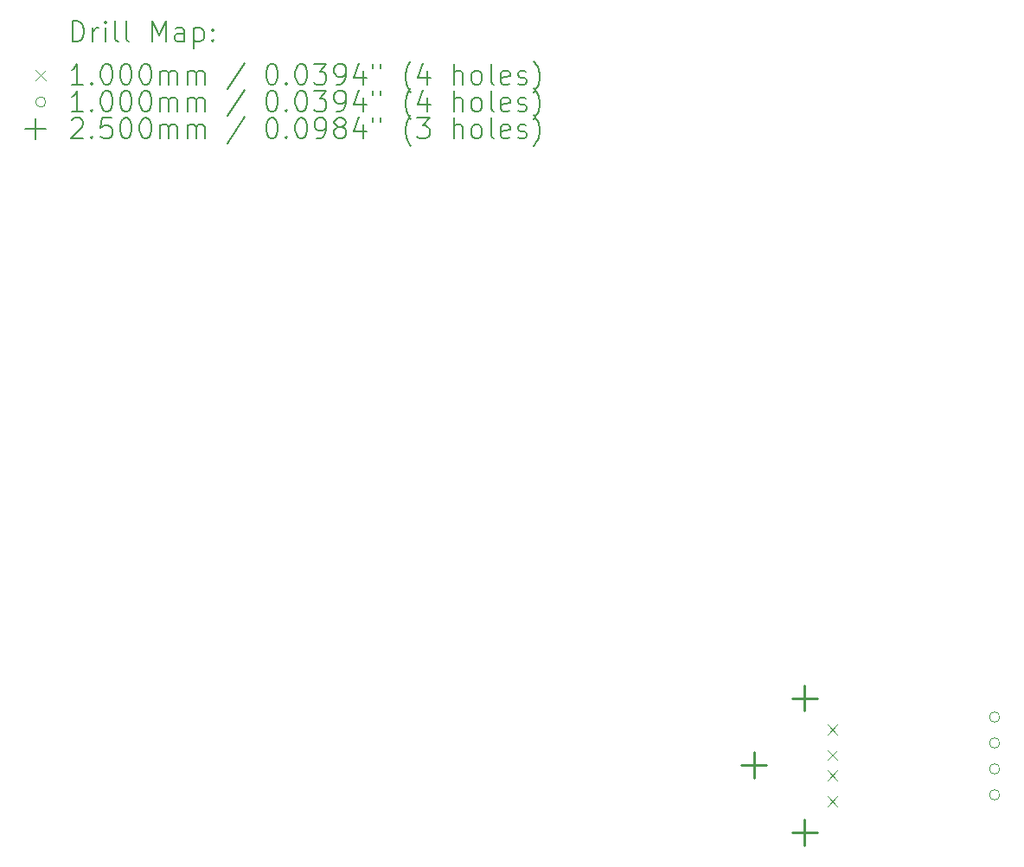
<source format=gbr>
%TF.GenerationSoftware,KiCad,Pcbnew,8.0.4*%
%TF.CreationDate,2024-08-15T12:45:58+02:00*%
%TF.ProjectId,usb A,75736220-412e-46b6-9963-61645f706362,rev?*%
%TF.SameCoordinates,Original*%
%TF.FileFunction,Drillmap*%
%TF.FilePolarity,Positive*%
%FSLAX45Y45*%
G04 Gerber Fmt 4.5, Leading zero omitted, Abs format (unit mm)*
G04 Created by KiCad (PCBNEW 8.0.4) date 2024-08-15 12:45:58*
%MOMM*%
%LPD*%
G01*
G04 APERTURE LIST*
%ADD10C,0.200000*%
%ADD11C,0.100000*%
%ADD12C,0.250002*%
G04 APERTURE END LIST*
D10*
D11*
X7650000Y-7000000D02*
X7750000Y-7100000D01*
X7750000Y-7000000D02*
X7650000Y-7100000D01*
X7650000Y-7250000D02*
X7750000Y-7350000D01*
X7750000Y-7250000D02*
X7650000Y-7350000D01*
X7650000Y-7450000D02*
X7750000Y-7550000D01*
X7750000Y-7450000D02*
X7650000Y-7550000D01*
X7650000Y-7700000D02*
X7750000Y-7800000D01*
X7750000Y-7700000D02*
X7650000Y-7800000D01*
X9337500Y-6928500D02*
G75*
G02*
X9237500Y-6928500I-50000J0D01*
G01*
X9237500Y-6928500D02*
G75*
G02*
X9337500Y-6928500I50000J0D01*
G01*
X9337500Y-7182500D02*
G75*
G02*
X9237500Y-7182500I-50000J0D01*
G01*
X9237500Y-7182500D02*
G75*
G02*
X9337500Y-7182500I50000J0D01*
G01*
X9337500Y-7436500D02*
G75*
G02*
X9237500Y-7436500I-50000J0D01*
G01*
X9237500Y-7436500D02*
G75*
G02*
X9337500Y-7436500I50000J0D01*
G01*
X9337500Y-7690500D02*
G75*
G02*
X9237500Y-7690500I-50000J0D01*
G01*
X9237500Y-7690500D02*
G75*
G02*
X9337500Y-7690500I50000J0D01*
G01*
D12*
X6930000Y-7274999D02*
X6930000Y-7525001D01*
X6804999Y-7400000D02*
X7055001Y-7400000D01*
X7429000Y-6617999D02*
X7429000Y-6868001D01*
X7303999Y-6743000D02*
X7554001Y-6743000D01*
X7429000Y-7931999D02*
X7429000Y-8182001D01*
X7303999Y-8057000D02*
X7554001Y-8057000D01*
D10*
X260777Y-311484D02*
X260777Y-111484D01*
X260777Y-111484D02*
X308396Y-111484D01*
X308396Y-111484D02*
X336967Y-121008D01*
X336967Y-121008D02*
X356015Y-140055D01*
X356015Y-140055D02*
X365539Y-159103D01*
X365539Y-159103D02*
X375062Y-197198D01*
X375062Y-197198D02*
X375062Y-225769D01*
X375062Y-225769D02*
X365539Y-263865D01*
X365539Y-263865D02*
X356015Y-282912D01*
X356015Y-282912D02*
X336967Y-301960D01*
X336967Y-301960D02*
X308396Y-311484D01*
X308396Y-311484D02*
X260777Y-311484D01*
X460777Y-311484D02*
X460777Y-178150D01*
X460777Y-216246D02*
X470301Y-197198D01*
X470301Y-197198D02*
X479824Y-187674D01*
X479824Y-187674D02*
X498872Y-178150D01*
X498872Y-178150D02*
X517920Y-178150D01*
X584586Y-311484D02*
X584586Y-178150D01*
X584586Y-111484D02*
X575063Y-121008D01*
X575063Y-121008D02*
X584586Y-130531D01*
X584586Y-130531D02*
X594110Y-121008D01*
X594110Y-121008D02*
X584586Y-111484D01*
X584586Y-111484D02*
X584586Y-130531D01*
X708396Y-311484D02*
X689348Y-301960D01*
X689348Y-301960D02*
X679824Y-282912D01*
X679824Y-282912D02*
X679824Y-111484D01*
X813158Y-311484D02*
X794110Y-301960D01*
X794110Y-301960D02*
X784586Y-282912D01*
X784586Y-282912D02*
X784586Y-111484D01*
X1041729Y-311484D02*
X1041729Y-111484D01*
X1041729Y-111484D02*
X1108396Y-254341D01*
X1108396Y-254341D02*
X1175063Y-111484D01*
X1175063Y-111484D02*
X1175063Y-311484D01*
X1356015Y-311484D02*
X1356015Y-206722D01*
X1356015Y-206722D02*
X1346491Y-187674D01*
X1346491Y-187674D02*
X1327444Y-178150D01*
X1327444Y-178150D02*
X1289348Y-178150D01*
X1289348Y-178150D02*
X1270301Y-187674D01*
X1356015Y-301960D02*
X1336967Y-311484D01*
X1336967Y-311484D02*
X1289348Y-311484D01*
X1289348Y-311484D02*
X1270301Y-301960D01*
X1270301Y-301960D02*
X1260777Y-282912D01*
X1260777Y-282912D02*
X1260777Y-263865D01*
X1260777Y-263865D02*
X1270301Y-244817D01*
X1270301Y-244817D02*
X1289348Y-235293D01*
X1289348Y-235293D02*
X1336967Y-235293D01*
X1336967Y-235293D02*
X1356015Y-225769D01*
X1451253Y-178150D02*
X1451253Y-378150D01*
X1451253Y-187674D02*
X1470301Y-178150D01*
X1470301Y-178150D02*
X1508396Y-178150D01*
X1508396Y-178150D02*
X1527443Y-187674D01*
X1527443Y-187674D02*
X1536967Y-197198D01*
X1536967Y-197198D02*
X1546491Y-216246D01*
X1546491Y-216246D02*
X1546491Y-273389D01*
X1546491Y-273389D02*
X1536967Y-292436D01*
X1536967Y-292436D02*
X1527443Y-301960D01*
X1527443Y-301960D02*
X1508396Y-311484D01*
X1508396Y-311484D02*
X1470301Y-311484D01*
X1470301Y-311484D02*
X1451253Y-301960D01*
X1632205Y-292436D02*
X1641729Y-301960D01*
X1641729Y-301960D02*
X1632205Y-311484D01*
X1632205Y-311484D02*
X1622682Y-301960D01*
X1622682Y-301960D02*
X1632205Y-292436D01*
X1632205Y-292436D02*
X1632205Y-311484D01*
X1632205Y-187674D02*
X1641729Y-197198D01*
X1641729Y-197198D02*
X1632205Y-206722D01*
X1632205Y-206722D02*
X1622682Y-197198D01*
X1622682Y-197198D02*
X1632205Y-187674D01*
X1632205Y-187674D02*
X1632205Y-206722D01*
D11*
X-100000Y-590000D02*
X0Y-690000D01*
X0Y-590000D02*
X-100000Y-690000D01*
D10*
X365539Y-731484D02*
X251253Y-731484D01*
X308396Y-731484D02*
X308396Y-531484D01*
X308396Y-531484D02*
X289348Y-560055D01*
X289348Y-560055D02*
X270301Y-579103D01*
X270301Y-579103D02*
X251253Y-588627D01*
X451253Y-712436D02*
X460777Y-721960D01*
X460777Y-721960D02*
X451253Y-731484D01*
X451253Y-731484D02*
X441729Y-721960D01*
X441729Y-721960D02*
X451253Y-712436D01*
X451253Y-712436D02*
X451253Y-731484D01*
X584586Y-531484D02*
X603634Y-531484D01*
X603634Y-531484D02*
X622682Y-541008D01*
X622682Y-541008D02*
X632205Y-550531D01*
X632205Y-550531D02*
X641729Y-569579D01*
X641729Y-569579D02*
X651253Y-607674D01*
X651253Y-607674D02*
X651253Y-655293D01*
X651253Y-655293D02*
X641729Y-693389D01*
X641729Y-693389D02*
X632205Y-712436D01*
X632205Y-712436D02*
X622682Y-721960D01*
X622682Y-721960D02*
X603634Y-731484D01*
X603634Y-731484D02*
X584586Y-731484D01*
X584586Y-731484D02*
X565539Y-721960D01*
X565539Y-721960D02*
X556015Y-712436D01*
X556015Y-712436D02*
X546491Y-693389D01*
X546491Y-693389D02*
X536967Y-655293D01*
X536967Y-655293D02*
X536967Y-607674D01*
X536967Y-607674D02*
X546491Y-569579D01*
X546491Y-569579D02*
X556015Y-550531D01*
X556015Y-550531D02*
X565539Y-541008D01*
X565539Y-541008D02*
X584586Y-531484D01*
X775062Y-531484D02*
X794110Y-531484D01*
X794110Y-531484D02*
X813158Y-541008D01*
X813158Y-541008D02*
X822682Y-550531D01*
X822682Y-550531D02*
X832205Y-569579D01*
X832205Y-569579D02*
X841729Y-607674D01*
X841729Y-607674D02*
X841729Y-655293D01*
X841729Y-655293D02*
X832205Y-693389D01*
X832205Y-693389D02*
X822682Y-712436D01*
X822682Y-712436D02*
X813158Y-721960D01*
X813158Y-721960D02*
X794110Y-731484D01*
X794110Y-731484D02*
X775062Y-731484D01*
X775062Y-731484D02*
X756015Y-721960D01*
X756015Y-721960D02*
X746491Y-712436D01*
X746491Y-712436D02*
X736967Y-693389D01*
X736967Y-693389D02*
X727443Y-655293D01*
X727443Y-655293D02*
X727443Y-607674D01*
X727443Y-607674D02*
X736967Y-569579D01*
X736967Y-569579D02*
X746491Y-550531D01*
X746491Y-550531D02*
X756015Y-541008D01*
X756015Y-541008D02*
X775062Y-531484D01*
X965539Y-531484D02*
X984586Y-531484D01*
X984586Y-531484D02*
X1003634Y-541008D01*
X1003634Y-541008D02*
X1013158Y-550531D01*
X1013158Y-550531D02*
X1022682Y-569579D01*
X1022682Y-569579D02*
X1032205Y-607674D01*
X1032205Y-607674D02*
X1032205Y-655293D01*
X1032205Y-655293D02*
X1022682Y-693389D01*
X1022682Y-693389D02*
X1013158Y-712436D01*
X1013158Y-712436D02*
X1003634Y-721960D01*
X1003634Y-721960D02*
X984586Y-731484D01*
X984586Y-731484D02*
X965539Y-731484D01*
X965539Y-731484D02*
X946491Y-721960D01*
X946491Y-721960D02*
X936967Y-712436D01*
X936967Y-712436D02*
X927443Y-693389D01*
X927443Y-693389D02*
X917920Y-655293D01*
X917920Y-655293D02*
X917920Y-607674D01*
X917920Y-607674D02*
X927443Y-569579D01*
X927443Y-569579D02*
X936967Y-550531D01*
X936967Y-550531D02*
X946491Y-541008D01*
X946491Y-541008D02*
X965539Y-531484D01*
X1117920Y-731484D02*
X1117920Y-598150D01*
X1117920Y-617198D02*
X1127444Y-607674D01*
X1127444Y-607674D02*
X1146491Y-598150D01*
X1146491Y-598150D02*
X1175063Y-598150D01*
X1175063Y-598150D02*
X1194110Y-607674D01*
X1194110Y-607674D02*
X1203634Y-626722D01*
X1203634Y-626722D02*
X1203634Y-731484D01*
X1203634Y-626722D02*
X1213158Y-607674D01*
X1213158Y-607674D02*
X1232205Y-598150D01*
X1232205Y-598150D02*
X1260777Y-598150D01*
X1260777Y-598150D02*
X1279825Y-607674D01*
X1279825Y-607674D02*
X1289348Y-626722D01*
X1289348Y-626722D02*
X1289348Y-731484D01*
X1384586Y-731484D02*
X1384586Y-598150D01*
X1384586Y-617198D02*
X1394110Y-607674D01*
X1394110Y-607674D02*
X1413158Y-598150D01*
X1413158Y-598150D02*
X1441729Y-598150D01*
X1441729Y-598150D02*
X1460777Y-607674D01*
X1460777Y-607674D02*
X1470301Y-626722D01*
X1470301Y-626722D02*
X1470301Y-731484D01*
X1470301Y-626722D02*
X1479824Y-607674D01*
X1479824Y-607674D02*
X1498872Y-598150D01*
X1498872Y-598150D02*
X1527443Y-598150D01*
X1527443Y-598150D02*
X1546491Y-607674D01*
X1546491Y-607674D02*
X1556015Y-626722D01*
X1556015Y-626722D02*
X1556015Y-731484D01*
X1946491Y-521960D02*
X1775063Y-779103D01*
X2203634Y-531484D02*
X2222682Y-531484D01*
X2222682Y-531484D02*
X2241729Y-541008D01*
X2241729Y-541008D02*
X2251253Y-550531D01*
X2251253Y-550531D02*
X2260777Y-569579D01*
X2260777Y-569579D02*
X2270301Y-607674D01*
X2270301Y-607674D02*
X2270301Y-655293D01*
X2270301Y-655293D02*
X2260777Y-693389D01*
X2260777Y-693389D02*
X2251253Y-712436D01*
X2251253Y-712436D02*
X2241729Y-721960D01*
X2241729Y-721960D02*
X2222682Y-731484D01*
X2222682Y-731484D02*
X2203634Y-731484D01*
X2203634Y-731484D02*
X2184587Y-721960D01*
X2184587Y-721960D02*
X2175063Y-712436D01*
X2175063Y-712436D02*
X2165539Y-693389D01*
X2165539Y-693389D02*
X2156015Y-655293D01*
X2156015Y-655293D02*
X2156015Y-607674D01*
X2156015Y-607674D02*
X2165539Y-569579D01*
X2165539Y-569579D02*
X2175063Y-550531D01*
X2175063Y-550531D02*
X2184587Y-541008D01*
X2184587Y-541008D02*
X2203634Y-531484D01*
X2356015Y-712436D02*
X2365539Y-721960D01*
X2365539Y-721960D02*
X2356015Y-731484D01*
X2356015Y-731484D02*
X2346491Y-721960D01*
X2346491Y-721960D02*
X2356015Y-712436D01*
X2356015Y-712436D02*
X2356015Y-731484D01*
X2489348Y-531484D02*
X2508396Y-531484D01*
X2508396Y-531484D02*
X2527444Y-541008D01*
X2527444Y-541008D02*
X2536968Y-550531D01*
X2536968Y-550531D02*
X2546491Y-569579D01*
X2546491Y-569579D02*
X2556015Y-607674D01*
X2556015Y-607674D02*
X2556015Y-655293D01*
X2556015Y-655293D02*
X2546491Y-693389D01*
X2546491Y-693389D02*
X2536968Y-712436D01*
X2536968Y-712436D02*
X2527444Y-721960D01*
X2527444Y-721960D02*
X2508396Y-731484D01*
X2508396Y-731484D02*
X2489348Y-731484D01*
X2489348Y-731484D02*
X2470301Y-721960D01*
X2470301Y-721960D02*
X2460777Y-712436D01*
X2460777Y-712436D02*
X2451253Y-693389D01*
X2451253Y-693389D02*
X2441729Y-655293D01*
X2441729Y-655293D02*
X2441729Y-607674D01*
X2441729Y-607674D02*
X2451253Y-569579D01*
X2451253Y-569579D02*
X2460777Y-550531D01*
X2460777Y-550531D02*
X2470301Y-541008D01*
X2470301Y-541008D02*
X2489348Y-531484D01*
X2622682Y-531484D02*
X2746491Y-531484D01*
X2746491Y-531484D02*
X2679825Y-607674D01*
X2679825Y-607674D02*
X2708396Y-607674D01*
X2708396Y-607674D02*
X2727444Y-617198D01*
X2727444Y-617198D02*
X2736968Y-626722D01*
X2736968Y-626722D02*
X2746491Y-645770D01*
X2746491Y-645770D02*
X2746491Y-693389D01*
X2746491Y-693389D02*
X2736968Y-712436D01*
X2736968Y-712436D02*
X2727444Y-721960D01*
X2727444Y-721960D02*
X2708396Y-731484D01*
X2708396Y-731484D02*
X2651253Y-731484D01*
X2651253Y-731484D02*
X2632206Y-721960D01*
X2632206Y-721960D02*
X2622682Y-712436D01*
X2841729Y-731484D02*
X2879825Y-731484D01*
X2879825Y-731484D02*
X2898872Y-721960D01*
X2898872Y-721960D02*
X2908396Y-712436D01*
X2908396Y-712436D02*
X2927444Y-683865D01*
X2927444Y-683865D02*
X2936967Y-645770D01*
X2936967Y-645770D02*
X2936967Y-569579D01*
X2936967Y-569579D02*
X2927444Y-550531D01*
X2927444Y-550531D02*
X2917920Y-541008D01*
X2917920Y-541008D02*
X2898872Y-531484D01*
X2898872Y-531484D02*
X2860777Y-531484D01*
X2860777Y-531484D02*
X2841729Y-541008D01*
X2841729Y-541008D02*
X2832206Y-550531D01*
X2832206Y-550531D02*
X2822682Y-569579D01*
X2822682Y-569579D02*
X2822682Y-617198D01*
X2822682Y-617198D02*
X2832206Y-636246D01*
X2832206Y-636246D02*
X2841729Y-645770D01*
X2841729Y-645770D02*
X2860777Y-655293D01*
X2860777Y-655293D02*
X2898872Y-655293D01*
X2898872Y-655293D02*
X2917920Y-645770D01*
X2917920Y-645770D02*
X2927444Y-636246D01*
X2927444Y-636246D02*
X2936967Y-617198D01*
X3108396Y-598150D02*
X3108396Y-731484D01*
X3060777Y-521960D02*
X3013158Y-664817D01*
X3013158Y-664817D02*
X3136967Y-664817D01*
X3203634Y-531484D02*
X3203634Y-569579D01*
X3279825Y-531484D02*
X3279825Y-569579D01*
X3575063Y-807674D02*
X3565539Y-798150D01*
X3565539Y-798150D02*
X3546491Y-769579D01*
X3546491Y-769579D02*
X3536968Y-750531D01*
X3536968Y-750531D02*
X3527444Y-721960D01*
X3527444Y-721960D02*
X3517920Y-674341D01*
X3517920Y-674341D02*
X3517920Y-636246D01*
X3517920Y-636246D02*
X3527444Y-588627D01*
X3527444Y-588627D02*
X3536968Y-560055D01*
X3536968Y-560055D02*
X3546491Y-541008D01*
X3546491Y-541008D02*
X3565539Y-512436D01*
X3565539Y-512436D02*
X3575063Y-502912D01*
X3736968Y-598150D02*
X3736968Y-731484D01*
X3689348Y-521960D02*
X3641729Y-664817D01*
X3641729Y-664817D02*
X3765539Y-664817D01*
X3994110Y-731484D02*
X3994110Y-531484D01*
X4079825Y-731484D02*
X4079825Y-626722D01*
X4079825Y-626722D02*
X4070301Y-607674D01*
X4070301Y-607674D02*
X4051253Y-598150D01*
X4051253Y-598150D02*
X4022682Y-598150D01*
X4022682Y-598150D02*
X4003634Y-607674D01*
X4003634Y-607674D02*
X3994110Y-617198D01*
X4203634Y-731484D02*
X4184587Y-721960D01*
X4184587Y-721960D02*
X4175063Y-712436D01*
X4175063Y-712436D02*
X4165539Y-693389D01*
X4165539Y-693389D02*
X4165539Y-636246D01*
X4165539Y-636246D02*
X4175063Y-617198D01*
X4175063Y-617198D02*
X4184587Y-607674D01*
X4184587Y-607674D02*
X4203634Y-598150D01*
X4203634Y-598150D02*
X4232206Y-598150D01*
X4232206Y-598150D02*
X4251253Y-607674D01*
X4251253Y-607674D02*
X4260777Y-617198D01*
X4260777Y-617198D02*
X4270301Y-636246D01*
X4270301Y-636246D02*
X4270301Y-693389D01*
X4270301Y-693389D02*
X4260777Y-712436D01*
X4260777Y-712436D02*
X4251253Y-721960D01*
X4251253Y-721960D02*
X4232206Y-731484D01*
X4232206Y-731484D02*
X4203634Y-731484D01*
X4384587Y-731484D02*
X4365539Y-721960D01*
X4365539Y-721960D02*
X4356015Y-702912D01*
X4356015Y-702912D02*
X4356015Y-531484D01*
X4536968Y-721960D02*
X4517920Y-731484D01*
X4517920Y-731484D02*
X4479825Y-731484D01*
X4479825Y-731484D02*
X4460777Y-721960D01*
X4460777Y-721960D02*
X4451253Y-702912D01*
X4451253Y-702912D02*
X4451253Y-626722D01*
X4451253Y-626722D02*
X4460777Y-607674D01*
X4460777Y-607674D02*
X4479825Y-598150D01*
X4479825Y-598150D02*
X4517920Y-598150D01*
X4517920Y-598150D02*
X4536968Y-607674D01*
X4536968Y-607674D02*
X4546492Y-626722D01*
X4546492Y-626722D02*
X4546492Y-645770D01*
X4546492Y-645770D02*
X4451253Y-664817D01*
X4622682Y-721960D02*
X4641730Y-731484D01*
X4641730Y-731484D02*
X4679825Y-731484D01*
X4679825Y-731484D02*
X4698873Y-721960D01*
X4698873Y-721960D02*
X4708396Y-702912D01*
X4708396Y-702912D02*
X4708396Y-693389D01*
X4708396Y-693389D02*
X4698873Y-674341D01*
X4698873Y-674341D02*
X4679825Y-664817D01*
X4679825Y-664817D02*
X4651253Y-664817D01*
X4651253Y-664817D02*
X4632206Y-655293D01*
X4632206Y-655293D02*
X4622682Y-636246D01*
X4622682Y-636246D02*
X4622682Y-626722D01*
X4622682Y-626722D02*
X4632206Y-607674D01*
X4632206Y-607674D02*
X4651253Y-598150D01*
X4651253Y-598150D02*
X4679825Y-598150D01*
X4679825Y-598150D02*
X4698873Y-607674D01*
X4775063Y-807674D02*
X4784587Y-798150D01*
X4784587Y-798150D02*
X4803634Y-769579D01*
X4803634Y-769579D02*
X4813158Y-750531D01*
X4813158Y-750531D02*
X4822682Y-721960D01*
X4822682Y-721960D02*
X4832206Y-674341D01*
X4832206Y-674341D02*
X4832206Y-636246D01*
X4832206Y-636246D02*
X4822682Y-588627D01*
X4822682Y-588627D02*
X4813158Y-560055D01*
X4813158Y-560055D02*
X4803634Y-541008D01*
X4803634Y-541008D02*
X4784587Y-512436D01*
X4784587Y-512436D02*
X4775063Y-502912D01*
D11*
X0Y-904000D02*
G75*
G02*
X-100000Y-904000I-50000J0D01*
G01*
X-100000Y-904000D02*
G75*
G02*
X0Y-904000I50000J0D01*
G01*
D10*
X365539Y-995484D02*
X251253Y-995484D01*
X308396Y-995484D02*
X308396Y-795484D01*
X308396Y-795484D02*
X289348Y-824055D01*
X289348Y-824055D02*
X270301Y-843103D01*
X270301Y-843103D02*
X251253Y-852627D01*
X451253Y-976436D02*
X460777Y-985960D01*
X460777Y-985960D02*
X451253Y-995484D01*
X451253Y-995484D02*
X441729Y-985960D01*
X441729Y-985960D02*
X451253Y-976436D01*
X451253Y-976436D02*
X451253Y-995484D01*
X584586Y-795484D02*
X603634Y-795484D01*
X603634Y-795484D02*
X622682Y-805008D01*
X622682Y-805008D02*
X632205Y-814531D01*
X632205Y-814531D02*
X641729Y-833579D01*
X641729Y-833579D02*
X651253Y-871674D01*
X651253Y-871674D02*
X651253Y-919293D01*
X651253Y-919293D02*
X641729Y-957388D01*
X641729Y-957388D02*
X632205Y-976436D01*
X632205Y-976436D02*
X622682Y-985960D01*
X622682Y-985960D02*
X603634Y-995484D01*
X603634Y-995484D02*
X584586Y-995484D01*
X584586Y-995484D02*
X565539Y-985960D01*
X565539Y-985960D02*
X556015Y-976436D01*
X556015Y-976436D02*
X546491Y-957388D01*
X546491Y-957388D02*
X536967Y-919293D01*
X536967Y-919293D02*
X536967Y-871674D01*
X536967Y-871674D02*
X546491Y-833579D01*
X546491Y-833579D02*
X556015Y-814531D01*
X556015Y-814531D02*
X565539Y-805008D01*
X565539Y-805008D02*
X584586Y-795484D01*
X775062Y-795484D02*
X794110Y-795484D01*
X794110Y-795484D02*
X813158Y-805008D01*
X813158Y-805008D02*
X822682Y-814531D01*
X822682Y-814531D02*
X832205Y-833579D01*
X832205Y-833579D02*
X841729Y-871674D01*
X841729Y-871674D02*
X841729Y-919293D01*
X841729Y-919293D02*
X832205Y-957388D01*
X832205Y-957388D02*
X822682Y-976436D01*
X822682Y-976436D02*
X813158Y-985960D01*
X813158Y-985960D02*
X794110Y-995484D01*
X794110Y-995484D02*
X775062Y-995484D01*
X775062Y-995484D02*
X756015Y-985960D01*
X756015Y-985960D02*
X746491Y-976436D01*
X746491Y-976436D02*
X736967Y-957388D01*
X736967Y-957388D02*
X727443Y-919293D01*
X727443Y-919293D02*
X727443Y-871674D01*
X727443Y-871674D02*
X736967Y-833579D01*
X736967Y-833579D02*
X746491Y-814531D01*
X746491Y-814531D02*
X756015Y-805008D01*
X756015Y-805008D02*
X775062Y-795484D01*
X965539Y-795484D02*
X984586Y-795484D01*
X984586Y-795484D02*
X1003634Y-805008D01*
X1003634Y-805008D02*
X1013158Y-814531D01*
X1013158Y-814531D02*
X1022682Y-833579D01*
X1022682Y-833579D02*
X1032205Y-871674D01*
X1032205Y-871674D02*
X1032205Y-919293D01*
X1032205Y-919293D02*
X1022682Y-957388D01*
X1022682Y-957388D02*
X1013158Y-976436D01*
X1013158Y-976436D02*
X1003634Y-985960D01*
X1003634Y-985960D02*
X984586Y-995484D01*
X984586Y-995484D02*
X965539Y-995484D01*
X965539Y-995484D02*
X946491Y-985960D01*
X946491Y-985960D02*
X936967Y-976436D01*
X936967Y-976436D02*
X927443Y-957388D01*
X927443Y-957388D02*
X917920Y-919293D01*
X917920Y-919293D02*
X917920Y-871674D01*
X917920Y-871674D02*
X927443Y-833579D01*
X927443Y-833579D02*
X936967Y-814531D01*
X936967Y-814531D02*
X946491Y-805008D01*
X946491Y-805008D02*
X965539Y-795484D01*
X1117920Y-995484D02*
X1117920Y-862150D01*
X1117920Y-881198D02*
X1127444Y-871674D01*
X1127444Y-871674D02*
X1146491Y-862150D01*
X1146491Y-862150D02*
X1175063Y-862150D01*
X1175063Y-862150D02*
X1194110Y-871674D01*
X1194110Y-871674D02*
X1203634Y-890722D01*
X1203634Y-890722D02*
X1203634Y-995484D01*
X1203634Y-890722D02*
X1213158Y-871674D01*
X1213158Y-871674D02*
X1232205Y-862150D01*
X1232205Y-862150D02*
X1260777Y-862150D01*
X1260777Y-862150D02*
X1279825Y-871674D01*
X1279825Y-871674D02*
X1289348Y-890722D01*
X1289348Y-890722D02*
X1289348Y-995484D01*
X1384586Y-995484D02*
X1384586Y-862150D01*
X1384586Y-881198D02*
X1394110Y-871674D01*
X1394110Y-871674D02*
X1413158Y-862150D01*
X1413158Y-862150D02*
X1441729Y-862150D01*
X1441729Y-862150D02*
X1460777Y-871674D01*
X1460777Y-871674D02*
X1470301Y-890722D01*
X1470301Y-890722D02*
X1470301Y-995484D01*
X1470301Y-890722D02*
X1479824Y-871674D01*
X1479824Y-871674D02*
X1498872Y-862150D01*
X1498872Y-862150D02*
X1527443Y-862150D01*
X1527443Y-862150D02*
X1546491Y-871674D01*
X1546491Y-871674D02*
X1556015Y-890722D01*
X1556015Y-890722D02*
X1556015Y-995484D01*
X1946491Y-785960D02*
X1775063Y-1043103D01*
X2203634Y-795484D02*
X2222682Y-795484D01*
X2222682Y-795484D02*
X2241729Y-805008D01*
X2241729Y-805008D02*
X2251253Y-814531D01*
X2251253Y-814531D02*
X2260777Y-833579D01*
X2260777Y-833579D02*
X2270301Y-871674D01*
X2270301Y-871674D02*
X2270301Y-919293D01*
X2270301Y-919293D02*
X2260777Y-957388D01*
X2260777Y-957388D02*
X2251253Y-976436D01*
X2251253Y-976436D02*
X2241729Y-985960D01*
X2241729Y-985960D02*
X2222682Y-995484D01*
X2222682Y-995484D02*
X2203634Y-995484D01*
X2203634Y-995484D02*
X2184587Y-985960D01*
X2184587Y-985960D02*
X2175063Y-976436D01*
X2175063Y-976436D02*
X2165539Y-957388D01*
X2165539Y-957388D02*
X2156015Y-919293D01*
X2156015Y-919293D02*
X2156015Y-871674D01*
X2156015Y-871674D02*
X2165539Y-833579D01*
X2165539Y-833579D02*
X2175063Y-814531D01*
X2175063Y-814531D02*
X2184587Y-805008D01*
X2184587Y-805008D02*
X2203634Y-795484D01*
X2356015Y-976436D02*
X2365539Y-985960D01*
X2365539Y-985960D02*
X2356015Y-995484D01*
X2356015Y-995484D02*
X2346491Y-985960D01*
X2346491Y-985960D02*
X2356015Y-976436D01*
X2356015Y-976436D02*
X2356015Y-995484D01*
X2489348Y-795484D02*
X2508396Y-795484D01*
X2508396Y-795484D02*
X2527444Y-805008D01*
X2527444Y-805008D02*
X2536968Y-814531D01*
X2536968Y-814531D02*
X2546491Y-833579D01*
X2546491Y-833579D02*
X2556015Y-871674D01*
X2556015Y-871674D02*
X2556015Y-919293D01*
X2556015Y-919293D02*
X2546491Y-957388D01*
X2546491Y-957388D02*
X2536968Y-976436D01*
X2536968Y-976436D02*
X2527444Y-985960D01*
X2527444Y-985960D02*
X2508396Y-995484D01*
X2508396Y-995484D02*
X2489348Y-995484D01*
X2489348Y-995484D02*
X2470301Y-985960D01*
X2470301Y-985960D02*
X2460777Y-976436D01*
X2460777Y-976436D02*
X2451253Y-957388D01*
X2451253Y-957388D02*
X2441729Y-919293D01*
X2441729Y-919293D02*
X2441729Y-871674D01*
X2441729Y-871674D02*
X2451253Y-833579D01*
X2451253Y-833579D02*
X2460777Y-814531D01*
X2460777Y-814531D02*
X2470301Y-805008D01*
X2470301Y-805008D02*
X2489348Y-795484D01*
X2622682Y-795484D02*
X2746491Y-795484D01*
X2746491Y-795484D02*
X2679825Y-871674D01*
X2679825Y-871674D02*
X2708396Y-871674D01*
X2708396Y-871674D02*
X2727444Y-881198D01*
X2727444Y-881198D02*
X2736968Y-890722D01*
X2736968Y-890722D02*
X2746491Y-909769D01*
X2746491Y-909769D02*
X2746491Y-957388D01*
X2746491Y-957388D02*
X2736968Y-976436D01*
X2736968Y-976436D02*
X2727444Y-985960D01*
X2727444Y-985960D02*
X2708396Y-995484D01*
X2708396Y-995484D02*
X2651253Y-995484D01*
X2651253Y-995484D02*
X2632206Y-985960D01*
X2632206Y-985960D02*
X2622682Y-976436D01*
X2841729Y-995484D02*
X2879825Y-995484D01*
X2879825Y-995484D02*
X2898872Y-985960D01*
X2898872Y-985960D02*
X2908396Y-976436D01*
X2908396Y-976436D02*
X2927444Y-947865D01*
X2927444Y-947865D02*
X2936967Y-909769D01*
X2936967Y-909769D02*
X2936967Y-833579D01*
X2936967Y-833579D02*
X2927444Y-814531D01*
X2927444Y-814531D02*
X2917920Y-805008D01*
X2917920Y-805008D02*
X2898872Y-795484D01*
X2898872Y-795484D02*
X2860777Y-795484D01*
X2860777Y-795484D02*
X2841729Y-805008D01*
X2841729Y-805008D02*
X2832206Y-814531D01*
X2832206Y-814531D02*
X2822682Y-833579D01*
X2822682Y-833579D02*
X2822682Y-881198D01*
X2822682Y-881198D02*
X2832206Y-900246D01*
X2832206Y-900246D02*
X2841729Y-909769D01*
X2841729Y-909769D02*
X2860777Y-919293D01*
X2860777Y-919293D02*
X2898872Y-919293D01*
X2898872Y-919293D02*
X2917920Y-909769D01*
X2917920Y-909769D02*
X2927444Y-900246D01*
X2927444Y-900246D02*
X2936967Y-881198D01*
X3108396Y-862150D02*
X3108396Y-995484D01*
X3060777Y-785960D02*
X3013158Y-928817D01*
X3013158Y-928817D02*
X3136967Y-928817D01*
X3203634Y-795484D02*
X3203634Y-833579D01*
X3279825Y-795484D02*
X3279825Y-833579D01*
X3575063Y-1071674D02*
X3565539Y-1062150D01*
X3565539Y-1062150D02*
X3546491Y-1033579D01*
X3546491Y-1033579D02*
X3536968Y-1014531D01*
X3536968Y-1014531D02*
X3527444Y-985960D01*
X3527444Y-985960D02*
X3517920Y-938341D01*
X3517920Y-938341D02*
X3517920Y-900246D01*
X3517920Y-900246D02*
X3527444Y-852627D01*
X3527444Y-852627D02*
X3536968Y-824055D01*
X3536968Y-824055D02*
X3546491Y-805008D01*
X3546491Y-805008D02*
X3565539Y-776436D01*
X3565539Y-776436D02*
X3575063Y-766912D01*
X3736968Y-862150D02*
X3736968Y-995484D01*
X3689348Y-785960D02*
X3641729Y-928817D01*
X3641729Y-928817D02*
X3765539Y-928817D01*
X3994110Y-995484D02*
X3994110Y-795484D01*
X4079825Y-995484D02*
X4079825Y-890722D01*
X4079825Y-890722D02*
X4070301Y-871674D01*
X4070301Y-871674D02*
X4051253Y-862150D01*
X4051253Y-862150D02*
X4022682Y-862150D01*
X4022682Y-862150D02*
X4003634Y-871674D01*
X4003634Y-871674D02*
X3994110Y-881198D01*
X4203634Y-995484D02*
X4184587Y-985960D01*
X4184587Y-985960D02*
X4175063Y-976436D01*
X4175063Y-976436D02*
X4165539Y-957388D01*
X4165539Y-957388D02*
X4165539Y-900246D01*
X4165539Y-900246D02*
X4175063Y-881198D01*
X4175063Y-881198D02*
X4184587Y-871674D01*
X4184587Y-871674D02*
X4203634Y-862150D01*
X4203634Y-862150D02*
X4232206Y-862150D01*
X4232206Y-862150D02*
X4251253Y-871674D01*
X4251253Y-871674D02*
X4260777Y-881198D01*
X4260777Y-881198D02*
X4270301Y-900246D01*
X4270301Y-900246D02*
X4270301Y-957388D01*
X4270301Y-957388D02*
X4260777Y-976436D01*
X4260777Y-976436D02*
X4251253Y-985960D01*
X4251253Y-985960D02*
X4232206Y-995484D01*
X4232206Y-995484D02*
X4203634Y-995484D01*
X4384587Y-995484D02*
X4365539Y-985960D01*
X4365539Y-985960D02*
X4356015Y-966912D01*
X4356015Y-966912D02*
X4356015Y-795484D01*
X4536968Y-985960D02*
X4517920Y-995484D01*
X4517920Y-995484D02*
X4479825Y-995484D01*
X4479825Y-995484D02*
X4460777Y-985960D01*
X4460777Y-985960D02*
X4451253Y-966912D01*
X4451253Y-966912D02*
X4451253Y-890722D01*
X4451253Y-890722D02*
X4460777Y-871674D01*
X4460777Y-871674D02*
X4479825Y-862150D01*
X4479825Y-862150D02*
X4517920Y-862150D01*
X4517920Y-862150D02*
X4536968Y-871674D01*
X4536968Y-871674D02*
X4546492Y-890722D01*
X4546492Y-890722D02*
X4546492Y-909769D01*
X4546492Y-909769D02*
X4451253Y-928817D01*
X4622682Y-985960D02*
X4641730Y-995484D01*
X4641730Y-995484D02*
X4679825Y-995484D01*
X4679825Y-995484D02*
X4698873Y-985960D01*
X4698873Y-985960D02*
X4708396Y-966912D01*
X4708396Y-966912D02*
X4708396Y-957388D01*
X4708396Y-957388D02*
X4698873Y-938341D01*
X4698873Y-938341D02*
X4679825Y-928817D01*
X4679825Y-928817D02*
X4651253Y-928817D01*
X4651253Y-928817D02*
X4632206Y-919293D01*
X4632206Y-919293D02*
X4622682Y-900246D01*
X4622682Y-900246D02*
X4622682Y-890722D01*
X4622682Y-890722D02*
X4632206Y-871674D01*
X4632206Y-871674D02*
X4651253Y-862150D01*
X4651253Y-862150D02*
X4679825Y-862150D01*
X4679825Y-862150D02*
X4698873Y-871674D01*
X4775063Y-1071674D02*
X4784587Y-1062150D01*
X4784587Y-1062150D02*
X4803634Y-1033579D01*
X4803634Y-1033579D02*
X4813158Y-1014531D01*
X4813158Y-1014531D02*
X4822682Y-985960D01*
X4822682Y-985960D02*
X4832206Y-938341D01*
X4832206Y-938341D02*
X4832206Y-900246D01*
X4832206Y-900246D02*
X4822682Y-852627D01*
X4822682Y-852627D02*
X4813158Y-824055D01*
X4813158Y-824055D02*
X4803634Y-805008D01*
X4803634Y-805008D02*
X4784587Y-776436D01*
X4784587Y-776436D02*
X4775063Y-766912D01*
X-100000Y-1068000D02*
X-100000Y-1268000D01*
X-200000Y-1168000D02*
X0Y-1168000D01*
X251253Y-1078531D02*
X260777Y-1069008D01*
X260777Y-1069008D02*
X279824Y-1059484D01*
X279824Y-1059484D02*
X327444Y-1059484D01*
X327444Y-1059484D02*
X346491Y-1069008D01*
X346491Y-1069008D02*
X356015Y-1078531D01*
X356015Y-1078531D02*
X365539Y-1097579D01*
X365539Y-1097579D02*
X365539Y-1116627D01*
X365539Y-1116627D02*
X356015Y-1145198D01*
X356015Y-1145198D02*
X241729Y-1259484D01*
X241729Y-1259484D02*
X365539Y-1259484D01*
X451253Y-1240436D02*
X460777Y-1249960D01*
X460777Y-1249960D02*
X451253Y-1259484D01*
X451253Y-1259484D02*
X441729Y-1249960D01*
X441729Y-1249960D02*
X451253Y-1240436D01*
X451253Y-1240436D02*
X451253Y-1259484D01*
X641729Y-1059484D02*
X546491Y-1059484D01*
X546491Y-1059484D02*
X536967Y-1154722D01*
X536967Y-1154722D02*
X546491Y-1145198D01*
X546491Y-1145198D02*
X565539Y-1135674D01*
X565539Y-1135674D02*
X613158Y-1135674D01*
X613158Y-1135674D02*
X632205Y-1145198D01*
X632205Y-1145198D02*
X641729Y-1154722D01*
X641729Y-1154722D02*
X651253Y-1173770D01*
X651253Y-1173770D02*
X651253Y-1221389D01*
X651253Y-1221389D02*
X641729Y-1240436D01*
X641729Y-1240436D02*
X632205Y-1249960D01*
X632205Y-1249960D02*
X613158Y-1259484D01*
X613158Y-1259484D02*
X565539Y-1259484D01*
X565539Y-1259484D02*
X546491Y-1249960D01*
X546491Y-1249960D02*
X536967Y-1240436D01*
X775062Y-1059484D02*
X794110Y-1059484D01*
X794110Y-1059484D02*
X813158Y-1069008D01*
X813158Y-1069008D02*
X822682Y-1078531D01*
X822682Y-1078531D02*
X832205Y-1097579D01*
X832205Y-1097579D02*
X841729Y-1135674D01*
X841729Y-1135674D02*
X841729Y-1183293D01*
X841729Y-1183293D02*
X832205Y-1221389D01*
X832205Y-1221389D02*
X822682Y-1240436D01*
X822682Y-1240436D02*
X813158Y-1249960D01*
X813158Y-1249960D02*
X794110Y-1259484D01*
X794110Y-1259484D02*
X775062Y-1259484D01*
X775062Y-1259484D02*
X756015Y-1249960D01*
X756015Y-1249960D02*
X746491Y-1240436D01*
X746491Y-1240436D02*
X736967Y-1221389D01*
X736967Y-1221389D02*
X727443Y-1183293D01*
X727443Y-1183293D02*
X727443Y-1135674D01*
X727443Y-1135674D02*
X736967Y-1097579D01*
X736967Y-1097579D02*
X746491Y-1078531D01*
X746491Y-1078531D02*
X756015Y-1069008D01*
X756015Y-1069008D02*
X775062Y-1059484D01*
X965539Y-1059484D02*
X984586Y-1059484D01*
X984586Y-1059484D02*
X1003634Y-1069008D01*
X1003634Y-1069008D02*
X1013158Y-1078531D01*
X1013158Y-1078531D02*
X1022682Y-1097579D01*
X1022682Y-1097579D02*
X1032205Y-1135674D01*
X1032205Y-1135674D02*
X1032205Y-1183293D01*
X1032205Y-1183293D02*
X1022682Y-1221389D01*
X1022682Y-1221389D02*
X1013158Y-1240436D01*
X1013158Y-1240436D02*
X1003634Y-1249960D01*
X1003634Y-1249960D02*
X984586Y-1259484D01*
X984586Y-1259484D02*
X965539Y-1259484D01*
X965539Y-1259484D02*
X946491Y-1249960D01*
X946491Y-1249960D02*
X936967Y-1240436D01*
X936967Y-1240436D02*
X927443Y-1221389D01*
X927443Y-1221389D02*
X917920Y-1183293D01*
X917920Y-1183293D02*
X917920Y-1135674D01*
X917920Y-1135674D02*
X927443Y-1097579D01*
X927443Y-1097579D02*
X936967Y-1078531D01*
X936967Y-1078531D02*
X946491Y-1069008D01*
X946491Y-1069008D02*
X965539Y-1059484D01*
X1117920Y-1259484D02*
X1117920Y-1126150D01*
X1117920Y-1145198D02*
X1127444Y-1135674D01*
X1127444Y-1135674D02*
X1146491Y-1126150D01*
X1146491Y-1126150D02*
X1175063Y-1126150D01*
X1175063Y-1126150D02*
X1194110Y-1135674D01*
X1194110Y-1135674D02*
X1203634Y-1154722D01*
X1203634Y-1154722D02*
X1203634Y-1259484D01*
X1203634Y-1154722D02*
X1213158Y-1135674D01*
X1213158Y-1135674D02*
X1232205Y-1126150D01*
X1232205Y-1126150D02*
X1260777Y-1126150D01*
X1260777Y-1126150D02*
X1279825Y-1135674D01*
X1279825Y-1135674D02*
X1289348Y-1154722D01*
X1289348Y-1154722D02*
X1289348Y-1259484D01*
X1384586Y-1259484D02*
X1384586Y-1126150D01*
X1384586Y-1145198D02*
X1394110Y-1135674D01*
X1394110Y-1135674D02*
X1413158Y-1126150D01*
X1413158Y-1126150D02*
X1441729Y-1126150D01*
X1441729Y-1126150D02*
X1460777Y-1135674D01*
X1460777Y-1135674D02*
X1470301Y-1154722D01*
X1470301Y-1154722D02*
X1470301Y-1259484D01*
X1470301Y-1154722D02*
X1479824Y-1135674D01*
X1479824Y-1135674D02*
X1498872Y-1126150D01*
X1498872Y-1126150D02*
X1527443Y-1126150D01*
X1527443Y-1126150D02*
X1546491Y-1135674D01*
X1546491Y-1135674D02*
X1556015Y-1154722D01*
X1556015Y-1154722D02*
X1556015Y-1259484D01*
X1946491Y-1049960D02*
X1775063Y-1307103D01*
X2203634Y-1059484D02*
X2222682Y-1059484D01*
X2222682Y-1059484D02*
X2241729Y-1069008D01*
X2241729Y-1069008D02*
X2251253Y-1078531D01*
X2251253Y-1078531D02*
X2260777Y-1097579D01*
X2260777Y-1097579D02*
X2270301Y-1135674D01*
X2270301Y-1135674D02*
X2270301Y-1183293D01*
X2270301Y-1183293D02*
X2260777Y-1221389D01*
X2260777Y-1221389D02*
X2251253Y-1240436D01*
X2251253Y-1240436D02*
X2241729Y-1249960D01*
X2241729Y-1249960D02*
X2222682Y-1259484D01*
X2222682Y-1259484D02*
X2203634Y-1259484D01*
X2203634Y-1259484D02*
X2184587Y-1249960D01*
X2184587Y-1249960D02*
X2175063Y-1240436D01*
X2175063Y-1240436D02*
X2165539Y-1221389D01*
X2165539Y-1221389D02*
X2156015Y-1183293D01*
X2156015Y-1183293D02*
X2156015Y-1135674D01*
X2156015Y-1135674D02*
X2165539Y-1097579D01*
X2165539Y-1097579D02*
X2175063Y-1078531D01*
X2175063Y-1078531D02*
X2184587Y-1069008D01*
X2184587Y-1069008D02*
X2203634Y-1059484D01*
X2356015Y-1240436D02*
X2365539Y-1249960D01*
X2365539Y-1249960D02*
X2356015Y-1259484D01*
X2356015Y-1259484D02*
X2346491Y-1249960D01*
X2346491Y-1249960D02*
X2356015Y-1240436D01*
X2356015Y-1240436D02*
X2356015Y-1259484D01*
X2489348Y-1059484D02*
X2508396Y-1059484D01*
X2508396Y-1059484D02*
X2527444Y-1069008D01*
X2527444Y-1069008D02*
X2536968Y-1078531D01*
X2536968Y-1078531D02*
X2546491Y-1097579D01*
X2546491Y-1097579D02*
X2556015Y-1135674D01*
X2556015Y-1135674D02*
X2556015Y-1183293D01*
X2556015Y-1183293D02*
X2546491Y-1221389D01*
X2546491Y-1221389D02*
X2536968Y-1240436D01*
X2536968Y-1240436D02*
X2527444Y-1249960D01*
X2527444Y-1249960D02*
X2508396Y-1259484D01*
X2508396Y-1259484D02*
X2489348Y-1259484D01*
X2489348Y-1259484D02*
X2470301Y-1249960D01*
X2470301Y-1249960D02*
X2460777Y-1240436D01*
X2460777Y-1240436D02*
X2451253Y-1221389D01*
X2451253Y-1221389D02*
X2441729Y-1183293D01*
X2441729Y-1183293D02*
X2441729Y-1135674D01*
X2441729Y-1135674D02*
X2451253Y-1097579D01*
X2451253Y-1097579D02*
X2460777Y-1078531D01*
X2460777Y-1078531D02*
X2470301Y-1069008D01*
X2470301Y-1069008D02*
X2489348Y-1059484D01*
X2651253Y-1259484D02*
X2689348Y-1259484D01*
X2689348Y-1259484D02*
X2708396Y-1249960D01*
X2708396Y-1249960D02*
X2717920Y-1240436D01*
X2717920Y-1240436D02*
X2736968Y-1211865D01*
X2736968Y-1211865D02*
X2746491Y-1173770D01*
X2746491Y-1173770D02*
X2746491Y-1097579D01*
X2746491Y-1097579D02*
X2736968Y-1078531D01*
X2736968Y-1078531D02*
X2727444Y-1069008D01*
X2727444Y-1069008D02*
X2708396Y-1059484D01*
X2708396Y-1059484D02*
X2670301Y-1059484D01*
X2670301Y-1059484D02*
X2651253Y-1069008D01*
X2651253Y-1069008D02*
X2641729Y-1078531D01*
X2641729Y-1078531D02*
X2632206Y-1097579D01*
X2632206Y-1097579D02*
X2632206Y-1145198D01*
X2632206Y-1145198D02*
X2641729Y-1164246D01*
X2641729Y-1164246D02*
X2651253Y-1173770D01*
X2651253Y-1173770D02*
X2670301Y-1183293D01*
X2670301Y-1183293D02*
X2708396Y-1183293D01*
X2708396Y-1183293D02*
X2727444Y-1173770D01*
X2727444Y-1173770D02*
X2736968Y-1164246D01*
X2736968Y-1164246D02*
X2746491Y-1145198D01*
X2860777Y-1145198D02*
X2841729Y-1135674D01*
X2841729Y-1135674D02*
X2832206Y-1126150D01*
X2832206Y-1126150D02*
X2822682Y-1107103D01*
X2822682Y-1107103D02*
X2822682Y-1097579D01*
X2822682Y-1097579D02*
X2832206Y-1078531D01*
X2832206Y-1078531D02*
X2841729Y-1069008D01*
X2841729Y-1069008D02*
X2860777Y-1059484D01*
X2860777Y-1059484D02*
X2898872Y-1059484D01*
X2898872Y-1059484D02*
X2917920Y-1069008D01*
X2917920Y-1069008D02*
X2927444Y-1078531D01*
X2927444Y-1078531D02*
X2936967Y-1097579D01*
X2936967Y-1097579D02*
X2936967Y-1107103D01*
X2936967Y-1107103D02*
X2927444Y-1126150D01*
X2927444Y-1126150D02*
X2917920Y-1135674D01*
X2917920Y-1135674D02*
X2898872Y-1145198D01*
X2898872Y-1145198D02*
X2860777Y-1145198D01*
X2860777Y-1145198D02*
X2841729Y-1154722D01*
X2841729Y-1154722D02*
X2832206Y-1164246D01*
X2832206Y-1164246D02*
X2822682Y-1183293D01*
X2822682Y-1183293D02*
X2822682Y-1221389D01*
X2822682Y-1221389D02*
X2832206Y-1240436D01*
X2832206Y-1240436D02*
X2841729Y-1249960D01*
X2841729Y-1249960D02*
X2860777Y-1259484D01*
X2860777Y-1259484D02*
X2898872Y-1259484D01*
X2898872Y-1259484D02*
X2917920Y-1249960D01*
X2917920Y-1249960D02*
X2927444Y-1240436D01*
X2927444Y-1240436D02*
X2936967Y-1221389D01*
X2936967Y-1221389D02*
X2936967Y-1183293D01*
X2936967Y-1183293D02*
X2927444Y-1164246D01*
X2927444Y-1164246D02*
X2917920Y-1154722D01*
X2917920Y-1154722D02*
X2898872Y-1145198D01*
X3108396Y-1126150D02*
X3108396Y-1259484D01*
X3060777Y-1049960D02*
X3013158Y-1192817D01*
X3013158Y-1192817D02*
X3136967Y-1192817D01*
X3203634Y-1059484D02*
X3203634Y-1097579D01*
X3279825Y-1059484D02*
X3279825Y-1097579D01*
X3575063Y-1335674D02*
X3565539Y-1326150D01*
X3565539Y-1326150D02*
X3546491Y-1297579D01*
X3546491Y-1297579D02*
X3536968Y-1278531D01*
X3536968Y-1278531D02*
X3527444Y-1249960D01*
X3527444Y-1249960D02*
X3517920Y-1202341D01*
X3517920Y-1202341D02*
X3517920Y-1164246D01*
X3517920Y-1164246D02*
X3527444Y-1116627D01*
X3527444Y-1116627D02*
X3536968Y-1088055D01*
X3536968Y-1088055D02*
X3546491Y-1069008D01*
X3546491Y-1069008D02*
X3565539Y-1040436D01*
X3565539Y-1040436D02*
X3575063Y-1030912D01*
X3632206Y-1059484D02*
X3756015Y-1059484D01*
X3756015Y-1059484D02*
X3689348Y-1135674D01*
X3689348Y-1135674D02*
X3717920Y-1135674D01*
X3717920Y-1135674D02*
X3736968Y-1145198D01*
X3736968Y-1145198D02*
X3746491Y-1154722D01*
X3746491Y-1154722D02*
X3756015Y-1173770D01*
X3756015Y-1173770D02*
X3756015Y-1221389D01*
X3756015Y-1221389D02*
X3746491Y-1240436D01*
X3746491Y-1240436D02*
X3736968Y-1249960D01*
X3736968Y-1249960D02*
X3717920Y-1259484D01*
X3717920Y-1259484D02*
X3660777Y-1259484D01*
X3660777Y-1259484D02*
X3641729Y-1249960D01*
X3641729Y-1249960D02*
X3632206Y-1240436D01*
X3994110Y-1259484D02*
X3994110Y-1059484D01*
X4079825Y-1259484D02*
X4079825Y-1154722D01*
X4079825Y-1154722D02*
X4070301Y-1135674D01*
X4070301Y-1135674D02*
X4051253Y-1126150D01*
X4051253Y-1126150D02*
X4022682Y-1126150D01*
X4022682Y-1126150D02*
X4003634Y-1135674D01*
X4003634Y-1135674D02*
X3994110Y-1145198D01*
X4203634Y-1259484D02*
X4184587Y-1249960D01*
X4184587Y-1249960D02*
X4175063Y-1240436D01*
X4175063Y-1240436D02*
X4165539Y-1221389D01*
X4165539Y-1221389D02*
X4165539Y-1164246D01*
X4165539Y-1164246D02*
X4175063Y-1145198D01*
X4175063Y-1145198D02*
X4184587Y-1135674D01*
X4184587Y-1135674D02*
X4203634Y-1126150D01*
X4203634Y-1126150D02*
X4232206Y-1126150D01*
X4232206Y-1126150D02*
X4251253Y-1135674D01*
X4251253Y-1135674D02*
X4260777Y-1145198D01*
X4260777Y-1145198D02*
X4270301Y-1164246D01*
X4270301Y-1164246D02*
X4270301Y-1221389D01*
X4270301Y-1221389D02*
X4260777Y-1240436D01*
X4260777Y-1240436D02*
X4251253Y-1249960D01*
X4251253Y-1249960D02*
X4232206Y-1259484D01*
X4232206Y-1259484D02*
X4203634Y-1259484D01*
X4384587Y-1259484D02*
X4365539Y-1249960D01*
X4365539Y-1249960D02*
X4356015Y-1230912D01*
X4356015Y-1230912D02*
X4356015Y-1059484D01*
X4536968Y-1249960D02*
X4517920Y-1259484D01*
X4517920Y-1259484D02*
X4479825Y-1259484D01*
X4479825Y-1259484D02*
X4460777Y-1249960D01*
X4460777Y-1249960D02*
X4451253Y-1230912D01*
X4451253Y-1230912D02*
X4451253Y-1154722D01*
X4451253Y-1154722D02*
X4460777Y-1135674D01*
X4460777Y-1135674D02*
X4479825Y-1126150D01*
X4479825Y-1126150D02*
X4517920Y-1126150D01*
X4517920Y-1126150D02*
X4536968Y-1135674D01*
X4536968Y-1135674D02*
X4546492Y-1154722D01*
X4546492Y-1154722D02*
X4546492Y-1173770D01*
X4546492Y-1173770D02*
X4451253Y-1192817D01*
X4622682Y-1249960D02*
X4641730Y-1259484D01*
X4641730Y-1259484D02*
X4679825Y-1259484D01*
X4679825Y-1259484D02*
X4698873Y-1249960D01*
X4698873Y-1249960D02*
X4708396Y-1230912D01*
X4708396Y-1230912D02*
X4708396Y-1221389D01*
X4708396Y-1221389D02*
X4698873Y-1202341D01*
X4698873Y-1202341D02*
X4679825Y-1192817D01*
X4679825Y-1192817D02*
X4651253Y-1192817D01*
X4651253Y-1192817D02*
X4632206Y-1183293D01*
X4632206Y-1183293D02*
X4622682Y-1164246D01*
X4622682Y-1164246D02*
X4622682Y-1154722D01*
X4622682Y-1154722D02*
X4632206Y-1135674D01*
X4632206Y-1135674D02*
X4651253Y-1126150D01*
X4651253Y-1126150D02*
X4679825Y-1126150D01*
X4679825Y-1126150D02*
X4698873Y-1135674D01*
X4775063Y-1335674D02*
X4784587Y-1326150D01*
X4784587Y-1326150D02*
X4803634Y-1297579D01*
X4803634Y-1297579D02*
X4813158Y-1278531D01*
X4813158Y-1278531D02*
X4822682Y-1249960D01*
X4822682Y-1249960D02*
X4832206Y-1202341D01*
X4832206Y-1202341D02*
X4832206Y-1164246D01*
X4832206Y-1164246D02*
X4822682Y-1116627D01*
X4822682Y-1116627D02*
X4813158Y-1088055D01*
X4813158Y-1088055D02*
X4803634Y-1069008D01*
X4803634Y-1069008D02*
X4784587Y-1040436D01*
X4784587Y-1040436D02*
X4775063Y-1030912D01*
M02*

</source>
